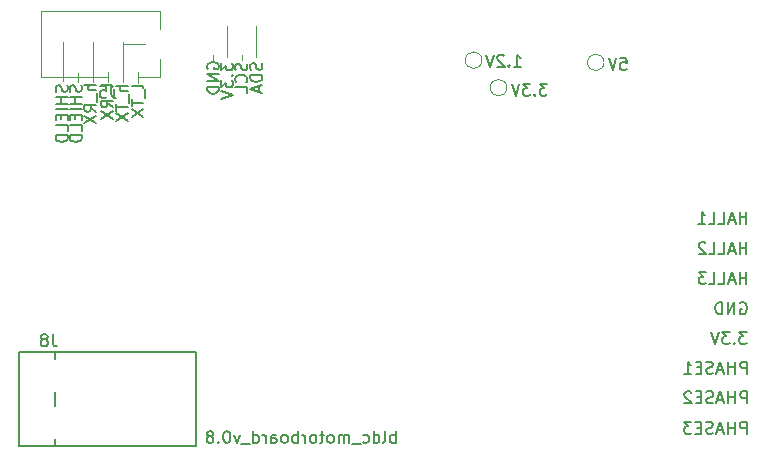
<source format=gbr>
G04 #@! TF.GenerationSoftware,KiCad,Pcbnew,5.1.5-52549c5~84~ubuntu18.04.1*
G04 #@! TF.CreationDate,2020-04-29T13:54:44+02:00*
G04 #@! TF.ProjectId,board,626f6172-642e-46b6-9963-61645f706362,rev?*
G04 #@! TF.SameCoordinates,Original*
G04 #@! TF.FileFunction,Legend,Bot*
G04 #@! TF.FilePolarity,Positive*
%FSLAX46Y46*%
G04 Gerber Fmt 4.6, Leading zero omitted, Abs format (unit mm)*
G04 Created by KiCad (PCBNEW 5.1.5-52549c5~84~ubuntu18.04.1) date 2020-04-29 13:54:44*
%MOMM*%
%LPD*%
G04 APERTURE LIST*
%ADD10C,0.150000*%
%ADD11C,0.120000*%
G04 APERTURE END LIST*
D10*
X98383961Y-108116138D02*
X98431580Y-108258995D01*
X98431580Y-108497090D01*
X98383961Y-108592328D01*
X98336342Y-108639947D01*
X98241104Y-108687566D01*
X98145866Y-108687566D01*
X98050628Y-108639947D01*
X98003009Y-108592328D01*
X97955390Y-108497090D01*
X97907771Y-108306614D01*
X97860152Y-108211376D01*
X97812533Y-108163757D01*
X97717295Y-108116138D01*
X97622057Y-108116138D01*
X97526819Y-108163757D01*
X97479200Y-108211376D01*
X97431580Y-108306614D01*
X97431580Y-108544709D01*
X97479200Y-108687566D01*
X98431580Y-109116138D02*
X97431580Y-109116138D01*
X97907771Y-109116138D02*
X97907771Y-109687566D01*
X98431580Y-109687566D02*
X97431580Y-109687566D01*
X98431580Y-110163757D02*
X97431580Y-110163757D01*
X97907771Y-110639947D02*
X97907771Y-110973280D01*
X98431580Y-111116138D02*
X98431580Y-110639947D01*
X97431580Y-110639947D01*
X97431580Y-111116138D01*
X98431580Y-112020900D02*
X98431580Y-111544709D01*
X97431580Y-111544709D01*
X98431580Y-112354233D02*
X97431580Y-112354233D01*
X97431580Y-112592328D01*
X97479200Y-112735185D01*
X97574438Y-112830423D01*
X97669676Y-112878042D01*
X97860152Y-112925661D01*
X98003009Y-112925661D01*
X98193485Y-112878042D01*
X98288723Y-112830423D01*
X98383961Y-112735185D01*
X98431580Y-112592328D01*
X98431580Y-112354233D01*
X154738347Y-137643280D02*
X154738347Y-136643280D01*
X154357395Y-136643280D01*
X154262157Y-136690900D01*
X154214538Y-136738519D01*
X154166919Y-136833757D01*
X154166919Y-136976614D01*
X154214538Y-137071852D01*
X154262157Y-137119471D01*
X154357395Y-137167090D01*
X154738347Y-137167090D01*
X153738347Y-137643280D02*
X153738347Y-136643280D01*
X153738347Y-137119471D02*
X153166919Y-137119471D01*
X153166919Y-137643280D02*
X153166919Y-136643280D01*
X152738347Y-137357566D02*
X152262157Y-137357566D01*
X152833585Y-137643280D02*
X152500252Y-136643280D01*
X152166919Y-137643280D01*
X151881204Y-137595661D02*
X151738347Y-137643280D01*
X151500252Y-137643280D01*
X151405014Y-137595661D01*
X151357395Y-137548042D01*
X151309776Y-137452804D01*
X151309776Y-137357566D01*
X151357395Y-137262328D01*
X151405014Y-137214709D01*
X151500252Y-137167090D01*
X151690728Y-137119471D01*
X151785966Y-137071852D01*
X151833585Y-137024233D01*
X151881204Y-136928995D01*
X151881204Y-136833757D01*
X151833585Y-136738519D01*
X151785966Y-136690900D01*
X151690728Y-136643280D01*
X151452633Y-136643280D01*
X151309776Y-136690900D01*
X150881204Y-137119471D02*
X150547871Y-137119471D01*
X150405014Y-137643280D02*
X150881204Y-137643280D01*
X150881204Y-136643280D01*
X150405014Y-136643280D01*
X150071680Y-136643280D02*
X149452633Y-136643280D01*
X149785966Y-137024233D01*
X149643109Y-137024233D01*
X149547871Y-137071852D01*
X149500252Y-137119471D01*
X149452633Y-137214709D01*
X149452633Y-137452804D01*
X149500252Y-137548042D01*
X149547871Y-137595661D01*
X149643109Y-137643280D01*
X149928823Y-137643280D01*
X150024061Y-137595661D01*
X150071680Y-137548042D01*
X154763747Y-135065180D02*
X154763747Y-134065180D01*
X154382795Y-134065180D01*
X154287557Y-134112800D01*
X154239938Y-134160419D01*
X154192319Y-134255657D01*
X154192319Y-134398514D01*
X154239938Y-134493752D01*
X154287557Y-134541371D01*
X154382795Y-134588990D01*
X154763747Y-134588990D01*
X153763747Y-135065180D02*
X153763747Y-134065180D01*
X153763747Y-134541371D02*
X153192319Y-134541371D01*
X153192319Y-135065180D02*
X153192319Y-134065180D01*
X152763747Y-134779466D02*
X152287557Y-134779466D01*
X152858985Y-135065180D02*
X152525652Y-134065180D01*
X152192319Y-135065180D01*
X151906604Y-135017561D02*
X151763747Y-135065180D01*
X151525652Y-135065180D01*
X151430414Y-135017561D01*
X151382795Y-134969942D01*
X151335176Y-134874704D01*
X151335176Y-134779466D01*
X151382795Y-134684228D01*
X151430414Y-134636609D01*
X151525652Y-134588990D01*
X151716128Y-134541371D01*
X151811366Y-134493752D01*
X151858985Y-134446133D01*
X151906604Y-134350895D01*
X151906604Y-134255657D01*
X151858985Y-134160419D01*
X151811366Y-134112800D01*
X151716128Y-134065180D01*
X151478033Y-134065180D01*
X151335176Y-134112800D01*
X150906604Y-134541371D02*
X150573271Y-134541371D01*
X150430414Y-135065180D02*
X150906604Y-135065180D01*
X150906604Y-134065180D01*
X150430414Y-134065180D01*
X150049461Y-134160419D02*
X150001842Y-134112800D01*
X149906604Y-134065180D01*
X149668509Y-134065180D01*
X149573271Y-134112800D01*
X149525652Y-134160419D01*
X149478033Y-134255657D01*
X149478033Y-134350895D01*
X149525652Y-134493752D01*
X150097080Y-135065180D01*
X149478033Y-135065180D01*
X154751047Y-132550580D02*
X154751047Y-131550580D01*
X154370095Y-131550580D01*
X154274857Y-131598200D01*
X154227238Y-131645819D01*
X154179619Y-131741057D01*
X154179619Y-131883914D01*
X154227238Y-131979152D01*
X154274857Y-132026771D01*
X154370095Y-132074390D01*
X154751047Y-132074390D01*
X153751047Y-132550580D02*
X153751047Y-131550580D01*
X153751047Y-132026771D02*
X153179619Y-132026771D01*
X153179619Y-132550580D02*
X153179619Y-131550580D01*
X152751047Y-132264866D02*
X152274857Y-132264866D01*
X152846285Y-132550580D02*
X152512952Y-131550580D01*
X152179619Y-132550580D01*
X151893904Y-132502961D02*
X151751047Y-132550580D01*
X151512952Y-132550580D01*
X151417714Y-132502961D01*
X151370095Y-132455342D01*
X151322476Y-132360104D01*
X151322476Y-132264866D01*
X151370095Y-132169628D01*
X151417714Y-132122009D01*
X151512952Y-132074390D01*
X151703428Y-132026771D01*
X151798666Y-131979152D01*
X151846285Y-131931533D01*
X151893904Y-131836295D01*
X151893904Y-131741057D01*
X151846285Y-131645819D01*
X151798666Y-131598200D01*
X151703428Y-131550580D01*
X151465333Y-131550580D01*
X151322476Y-131598200D01*
X150893904Y-132026771D02*
X150560571Y-132026771D01*
X150417714Y-132550580D02*
X150893904Y-132550580D01*
X150893904Y-131550580D01*
X150417714Y-131550580D01*
X149465333Y-132550580D02*
X150036761Y-132550580D01*
X149751047Y-132550580D02*
X149751047Y-131550580D01*
X149846285Y-131693438D01*
X149941523Y-131788676D01*
X150036761Y-131836295D01*
X154738490Y-129023280D02*
X154119442Y-129023280D01*
X154452776Y-129404233D01*
X154309919Y-129404233D01*
X154214680Y-129451852D01*
X154167061Y-129499471D01*
X154119442Y-129594709D01*
X154119442Y-129832804D01*
X154167061Y-129928042D01*
X154214680Y-129975661D01*
X154309919Y-130023280D01*
X154595633Y-130023280D01*
X154690871Y-129975661D01*
X154738490Y-129928042D01*
X153690871Y-129928042D02*
X153643252Y-129975661D01*
X153690871Y-130023280D01*
X153738490Y-129975661D01*
X153690871Y-129928042D01*
X153690871Y-130023280D01*
X153309919Y-129023280D02*
X152690871Y-129023280D01*
X153024204Y-129404233D01*
X152881347Y-129404233D01*
X152786109Y-129451852D01*
X152738490Y-129499471D01*
X152690871Y-129594709D01*
X152690871Y-129832804D01*
X152738490Y-129928042D01*
X152786109Y-129975661D01*
X152881347Y-130023280D01*
X153167061Y-130023280D01*
X153262300Y-129975661D01*
X153309919Y-129928042D01*
X152405157Y-129023280D02*
X152071823Y-130023280D01*
X151738490Y-129023280D01*
X154189304Y-126569000D02*
X154284542Y-126521380D01*
X154427400Y-126521380D01*
X154570257Y-126569000D01*
X154665495Y-126664238D01*
X154713114Y-126759476D01*
X154760733Y-126949952D01*
X154760733Y-127092809D01*
X154713114Y-127283285D01*
X154665495Y-127378523D01*
X154570257Y-127473761D01*
X154427400Y-127521380D01*
X154332161Y-127521380D01*
X154189304Y-127473761D01*
X154141685Y-127426142D01*
X154141685Y-127092809D01*
X154332161Y-127092809D01*
X153713114Y-127521380D02*
X153713114Y-126521380D01*
X153141685Y-127521380D01*
X153141685Y-126521380D01*
X152665495Y-127521380D02*
X152665495Y-126521380D01*
X152427400Y-126521380D01*
X152284542Y-126569000D01*
X152189304Y-126664238D01*
X152141685Y-126759476D01*
X152094066Y-126949952D01*
X152094066Y-127092809D01*
X152141685Y-127283285D01*
X152189304Y-127378523D01*
X152284542Y-127473761D01*
X152427400Y-127521380D01*
X152665495Y-127521380D01*
X154728900Y-124955980D02*
X154728900Y-123955980D01*
X154728900Y-124432171D02*
X154157471Y-124432171D01*
X154157471Y-124955980D02*
X154157471Y-123955980D01*
X153728900Y-124670266D02*
X153252709Y-124670266D01*
X153824138Y-124955980D02*
X153490804Y-123955980D01*
X153157471Y-124955980D01*
X152347947Y-124955980D02*
X152824138Y-124955980D01*
X152824138Y-123955980D01*
X151538423Y-124955980D02*
X152014614Y-124955980D01*
X152014614Y-123955980D01*
X151300328Y-123955980D02*
X150681280Y-123955980D01*
X151014614Y-124336933D01*
X150871757Y-124336933D01*
X150776519Y-124384552D01*
X150728900Y-124432171D01*
X150681280Y-124527409D01*
X150681280Y-124765504D01*
X150728900Y-124860742D01*
X150776519Y-124908361D01*
X150871757Y-124955980D01*
X151157471Y-124955980D01*
X151252709Y-124908361D01*
X151300328Y-124860742D01*
X154728900Y-122428680D02*
X154728900Y-121428680D01*
X154728900Y-121904871D02*
X154157471Y-121904871D01*
X154157471Y-122428680D02*
X154157471Y-121428680D01*
X153728900Y-122142966D02*
X153252709Y-122142966D01*
X153824138Y-122428680D02*
X153490804Y-121428680D01*
X153157471Y-122428680D01*
X152347947Y-122428680D02*
X152824138Y-122428680D01*
X152824138Y-121428680D01*
X151538423Y-122428680D02*
X152014614Y-122428680D01*
X152014614Y-121428680D01*
X151252709Y-121523919D02*
X151205090Y-121476300D01*
X151109852Y-121428680D01*
X150871757Y-121428680D01*
X150776519Y-121476300D01*
X150728900Y-121523919D01*
X150681280Y-121619157D01*
X150681280Y-121714395D01*
X150728900Y-121857252D01*
X151300328Y-122428680D01*
X150681280Y-122428680D01*
X154716200Y-119850580D02*
X154716200Y-118850580D01*
X154716200Y-119326771D02*
X154144771Y-119326771D01*
X154144771Y-119850580D02*
X154144771Y-118850580D01*
X153716200Y-119564866D02*
X153240009Y-119564866D01*
X153811438Y-119850580D02*
X153478104Y-118850580D01*
X153144771Y-119850580D01*
X152335247Y-119850580D02*
X152811438Y-119850580D01*
X152811438Y-118850580D01*
X151525723Y-119850580D02*
X152001914Y-119850580D01*
X152001914Y-118850580D01*
X150668580Y-119850580D02*
X151240009Y-119850580D01*
X150954295Y-119850580D02*
X150954295Y-118850580D01*
X151049533Y-118993438D01*
X151144771Y-119088676D01*
X151240009Y-119136295D01*
D11*
X103237000Y-107041100D02*
X103237000Y-107917400D01*
X101916200Y-104501100D02*
X101916200Y-107879300D01*
X100697000Y-107041100D02*
X100697000Y-107879300D01*
X99427000Y-104475700D02*
X99427000Y-107841200D01*
X98131600Y-107066500D02*
X98131600Y-107853900D01*
X96861600Y-104501100D02*
X96861600Y-107815800D01*
D10*
X97202861Y-108116138D02*
X97250480Y-108258995D01*
X97250480Y-108497090D01*
X97202861Y-108592328D01*
X97155242Y-108639947D01*
X97060004Y-108687566D01*
X96964766Y-108687566D01*
X96869528Y-108639947D01*
X96821909Y-108592328D01*
X96774290Y-108497090D01*
X96726671Y-108306614D01*
X96679052Y-108211376D01*
X96631433Y-108163757D01*
X96536195Y-108116138D01*
X96440957Y-108116138D01*
X96345719Y-108163757D01*
X96298100Y-108211376D01*
X96250480Y-108306614D01*
X96250480Y-108544709D01*
X96298100Y-108687566D01*
X97250480Y-109116138D02*
X96250480Y-109116138D01*
X96726671Y-109116138D02*
X96726671Y-109687566D01*
X97250480Y-109687566D02*
X96250480Y-109687566D01*
X97250480Y-110163757D02*
X96250480Y-110163757D01*
X96726671Y-110639947D02*
X96726671Y-110973280D01*
X97250480Y-111116138D02*
X97250480Y-110639947D01*
X96250480Y-110639947D01*
X96250480Y-111116138D01*
X97250480Y-112020900D02*
X97250480Y-111544709D01*
X96250480Y-111544709D01*
X97250480Y-112354233D02*
X96250480Y-112354233D01*
X96250480Y-112592328D01*
X96298100Y-112735185D01*
X96393338Y-112830423D01*
X96488576Y-112878042D01*
X96679052Y-112925661D01*
X96821909Y-112925661D01*
X97012385Y-112878042D01*
X97107623Y-112830423D01*
X97202861Y-112735185D01*
X97250480Y-112592328D01*
X97250480Y-112354233D01*
X103676680Y-108335052D02*
X103629061Y-108239814D01*
X103533823Y-108192195D01*
X102676680Y-108192195D01*
X103771919Y-108477909D02*
X103771919Y-109239814D01*
X102676680Y-109335052D02*
X102676680Y-109906480D01*
X103676680Y-109620766D02*
X102676680Y-109620766D01*
X102676680Y-110144576D02*
X103676680Y-110811242D01*
X102676680Y-110811242D02*
X103676680Y-110144576D01*
X102330480Y-108192219D02*
X101330480Y-108192219D01*
X102330480Y-108620790D02*
X101806671Y-108620790D01*
X101711433Y-108573171D01*
X101663814Y-108477933D01*
X101663814Y-108335076D01*
X101711433Y-108239838D01*
X101759052Y-108192219D01*
X102425719Y-108858885D02*
X102425719Y-109620790D01*
X101330480Y-109716028D02*
X101330480Y-110287457D01*
X102330480Y-110001742D02*
X101330480Y-110001742D01*
X101330480Y-110525552D02*
X102330480Y-111192219D01*
X101330480Y-111192219D02*
X102330480Y-110525552D01*
X101085880Y-108292204D02*
X101038261Y-108196966D01*
X100943023Y-108149347D01*
X100085880Y-108149347D01*
X101181119Y-108435061D02*
X101181119Y-109196966D01*
X101085880Y-110006490D02*
X100609690Y-109673157D01*
X101085880Y-109435061D02*
X100085880Y-109435061D01*
X100085880Y-109816014D01*
X100133500Y-109911252D01*
X100181119Y-109958871D01*
X100276357Y-110006490D01*
X100419214Y-110006490D01*
X100514452Y-109958871D01*
X100562071Y-109911252D01*
X100609690Y-109816014D01*
X100609690Y-109435061D01*
X100085880Y-110339823D02*
X101085880Y-111006490D01*
X100085880Y-111006490D02*
X101085880Y-110339823D01*
X99676180Y-108136671D02*
X98676180Y-108136671D01*
X99676180Y-108565242D02*
X99152371Y-108565242D01*
X99057133Y-108517623D01*
X99009514Y-108422385D01*
X99009514Y-108279528D01*
X99057133Y-108184290D01*
X99104752Y-108136671D01*
X99771419Y-108803338D02*
X99771419Y-109565242D01*
X99676180Y-110374766D02*
X99199990Y-110041433D01*
X99676180Y-109803338D02*
X98676180Y-109803338D01*
X98676180Y-110184290D01*
X98723800Y-110279528D01*
X98771419Y-110327147D01*
X98866657Y-110374766D01*
X99009514Y-110374766D01*
X99104752Y-110327147D01*
X99152371Y-110279528D01*
X99199990Y-110184290D01*
X99199990Y-109803338D01*
X98676180Y-110708100D02*
X99676180Y-111374766D01*
X98676180Y-111374766D02*
X99676180Y-110708100D01*
D11*
X109540000Y-106020000D02*
X109540000Y-105620000D01*
X110790000Y-105790000D02*
X110790000Y-103110000D01*
X111990000Y-106020000D02*
X111990000Y-105620000D01*
X113240000Y-105790000D02*
X113240000Y-103110000D01*
D10*
X113674761Y-106275714D02*
X113722380Y-106418571D01*
X113722380Y-106656666D01*
X113674761Y-106751904D01*
X113627142Y-106799523D01*
X113531904Y-106847142D01*
X113436666Y-106847142D01*
X113341428Y-106799523D01*
X113293809Y-106751904D01*
X113246190Y-106656666D01*
X113198571Y-106466190D01*
X113150952Y-106370952D01*
X113103333Y-106323333D01*
X113008095Y-106275714D01*
X112912857Y-106275714D01*
X112817619Y-106323333D01*
X112770000Y-106370952D01*
X112722380Y-106466190D01*
X112722380Y-106704285D01*
X112770000Y-106847142D01*
X113722380Y-107275714D02*
X112722380Y-107275714D01*
X112722380Y-107513809D01*
X112770000Y-107656666D01*
X112865238Y-107751904D01*
X112960476Y-107799523D01*
X113150952Y-107847142D01*
X113293809Y-107847142D01*
X113484285Y-107799523D01*
X113579523Y-107751904D01*
X113674761Y-107656666D01*
X113722380Y-107513809D01*
X113722380Y-107275714D01*
X113436666Y-108228095D02*
X113436666Y-108704285D01*
X113722380Y-108132857D02*
X112722380Y-108466190D01*
X113722380Y-108799523D01*
X112404761Y-106299523D02*
X112452380Y-106442380D01*
X112452380Y-106680476D01*
X112404761Y-106775714D01*
X112357142Y-106823333D01*
X112261904Y-106870952D01*
X112166666Y-106870952D01*
X112071428Y-106823333D01*
X112023809Y-106775714D01*
X111976190Y-106680476D01*
X111928571Y-106490000D01*
X111880952Y-106394761D01*
X111833333Y-106347142D01*
X111738095Y-106299523D01*
X111642857Y-106299523D01*
X111547619Y-106347142D01*
X111500000Y-106394761D01*
X111452380Y-106490000D01*
X111452380Y-106728095D01*
X111500000Y-106870952D01*
X112357142Y-107870952D02*
X112404761Y-107823333D01*
X112452380Y-107680476D01*
X112452380Y-107585238D01*
X112404761Y-107442380D01*
X112309523Y-107347142D01*
X112214285Y-107299523D01*
X112023809Y-107251904D01*
X111880952Y-107251904D01*
X111690476Y-107299523D01*
X111595238Y-107347142D01*
X111500000Y-107442380D01*
X111452380Y-107585238D01*
X111452380Y-107680476D01*
X111500000Y-107823333D01*
X111547619Y-107870952D01*
X112452380Y-108775714D02*
X112452380Y-108299523D01*
X111452380Y-108299523D01*
X110242380Y-106263809D02*
X110242380Y-106882857D01*
X110623333Y-106549523D01*
X110623333Y-106692380D01*
X110670952Y-106787619D01*
X110718571Y-106835238D01*
X110813809Y-106882857D01*
X111051904Y-106882857D01*
X111147142Y-106835238D01*
X111194761Y-106787619D01*
X111242380Y-106692380D01*
X111242380Y-106406666D01*
X111194761Y-106311428D01*
X111147142Y-106263809D01*
X111147142Y-107311428D02*
X111194761Y-107359047D01*
X111242380Y-107311428D01*
X111194761Y-107263809D01*
X111147142Y-107311428D01*
X111242380Y-107311428D01*
X110242380Y-107692380D02*
X110242380Y-108311428D01*
X110623333Y-107978095D01*
X110623333Y-108120952D01*
X110670952Y-108216190D01*
X110718571Y-108263809D01*
X110813809Y-108311428D01*
X111051904Y-108311428D01*
X111147142Y-108263809D01*
X111194761Y-108216190D01*
X111242380Y-108120952D01*
X111242380Y-107835238D01*
X111194761Y-107740000D01*
X111147142Y-107692380D01*
X110242380Y-108597142D02*
X111242380Y-108930476D01*
X110242380Y-109263809D01*
X109110000Y-106748095D02*
X109062380Y-106652857D01*
X109062380Y-106510000D01*
X109110000Y-106367142D01*
X109205238Y-106271904D01*
X109300476Y-106224285D01*
X109490952Y-106176666D01*
X109633809Y-106176666D01*
X109824285Y-106224285D01*
X109919523Y-106271904D01*
X110014761Y-106367142D01*
X110062380Y-106510000D01*
X110062380Y-106605238D01*
X110014761Y-106748095D01*
X109967142Y-106795714D01*
X109633809Y-106795714D01*
X109633809Y-106605238D01*
X110062380Y-107224285D02*
X109062380Y-107224285D01*
X110062380Y-107795714D01*
X109062380Y-107795714D01*
X110062380Y-108271904D02*
X109062380Y-108271904D01*
X109062380Y-108510000D01*
X109110000Y-108652857D01*
X109205238Y-108748095D01*
X109300476Y-108795714D01*
X109490952Y-108843333D01*
X109633809Y-108843333D01*
X109824285Y-108795714D01*
X109919523Y-108748095D01*
X110014761Y-108652857D01*
X110062380Y-108510000D01*
X110062380Y-108271904D01*
X135057142Y-106562380D02*
X135628571Y-106562380D01*
X135342857Y-106562380D02*
X135342857Y-105562380D01*
X135438095Y-105705238D01*
X135533333Y-105800476D01*
X135628571Y-105848095D01*
X134628571Y-106467142D02*
X134580952Y-106514761D01*
X134628571Y-106562380D01*
X134676190Y-106514761D01*
X134628571Y-106467142D01*
X134628571Y-106562380D01*
X134200000Y-105657619D02*
X134152380Y-105610000D01*
X134057142Y-105562380D01*
X133819047Y-105562380D01*
X133723809Y-105610000D01*
X133676190Y-105657619D01*
X133628571Y-105752857D01*
X133628571Y-105848095D01*
X133676190Y-105990952D01*
X134247619Y-106562380D01*
X133628571Y-106562380D01*
X133342857Y-105562380D02*
X133009523Y-106562380D01*
X132676190Y-105562380D01*
X137846190Y-108012380D02*
X137227142Y-108012380D01*
X137560476Y-108393333D01*
X137417619Y-108393333D01*
X137322380Y-108440952D01*
X137274761Y-108488571D01*
X137227142Y-108583809D01*
X137227142Y-108821904D01*
X137274761Y-108917142D01*
X137322380Y-108964761D01*
X137417619Y-109012380D01*
X137703333Y-109012380D01*
X137798571Y-108964761D01*
X137846190Y-108917142D01*
X136798571Y-108917142D02*
X136750952Y-108964761D01*
X136798571Y-109012380D01*
X136846190Y-108964761D01*
X136798571Y-108917142D01*
X136798571Y-109012380D01*
X136417619Y-108012380D02*
X135798571Y-108012380D01*
X136131904Y-108393333D01*
X135989047Y-108393333D01*
X135893809Y-108440952D01*
X135846190Y-108488571D01*
X135798571Y-108583809D01*
X135798571Y-108821904D01*
X135846190Y-108917142D01*
X135893809Y-108964761D01*
X135989047Y-109012380D01*
X136274761Y-109012380D01*
X136370000Y-108964761D01*
X136417619Y-108917142D01*
X135512857Y-108012380D02*
X135179523Y-109012380D01*
X134846190Y-108012380D01*
X144060476Y-105822380D02*
X144536666Y-105822380D01*
X144584285Y-106298571D01*
X144536666Y-106250952D01*
X144441428Y-106203333D01*
X144203333Y-106203333D01*
X144108095Y-106250952D01*
X144060476Y-106298571D01*
X144012857Y-106393809D01*
X144012857Y-106631904D01*
X144060476Y-106727142D01*
X144108095Y-106774761D01*
X144203333Y-106822380D01*
X144441428Y-106822380D01*
X144536666Y-106774761D01*
X144584285Y-106727142D01*
X143727142Y-105822380D02*
X143393809Y-106822380D01*
X143060476Y-105822380D01*
X125016190Y-138412380D02*
X125016190Y-137412380D01*
X125016190Y-137793333D02*
X124920952Y-137745714D01*
X124730476Y-137745714D01*
X124635238Y-137793333D01*
X124587619Y-137840952D01*
X124540000Y-137936190D01*
X124540000Y-138221904D01*
X124587619Y-138317142D01*
X124635238Y-138364761D01*
X124730476Y-138412380D01*
X124920952Y-138412380D01*
X125016190Y-138364761D01*
X123968571Y-138412380D02*
X124063809Y-138364761D01*
X124111428Y-138269523D01*
X124111428Y-137412380D01*
X123159047Y-138412380D02*
X123159047Y-137412380D01*
X123159047Y-138364761D02*
X123254285Y-138412380D01*
X123444761Y-138412380D01*
X123540000Y-138364761D01*
X123587619Y-138317142D01*
X123635238Y-138221904D01*
X123635238Y-137936190D01*
X123587619Y-137840952D01*
X123540000Y-137793333D01*
X123444761Y-137745714D01*
X123254285Y-137745714D01*
X123159047Y-137793333D01*
X122254285Y-138364761D02*
X122349523Y-138412380D01*
X122540000Y-138412380D01*
X122635238Y-138364761D01*
X122682857Y-138317142D01*
X122730476Y-138221904D01*
X122730476Y-137936190D01*
X122682857Y-137840952D01*
X122635238Y-137793333D01*
X122540000Y-137745714D01*
X122349523Y-137745714D01*
X122254285Y-137793333D01*
X122063809Y-138507619D02*
X121301904Y-138507619D01*
X121063809Y-138412380D02*
X121063809Y-137745714D01*
X121063809Y-137840952D02*
X121016190Y-137793333D01*
X120920952Y-137745714D01*
X120778095Y-137745714D01*
X120682857Y-137793333D01*
X120635238Y-137888571D01*
X120635238Y-138412380D01*
X120635238Y-137888571D02*
X120587619Y-137793333D01*
X120492380Y-137745714D01*
X120349523Y-137745714D01*
X120254285Y-137793333D01*
X120206666Y-137888571D01*
X120206666Y-138412380D01*
X119587619Y-138412380D02*
X119682857Y-138364761D01*
X119730476Y-138317142D01*
X119778095Y-138221904D01*
X119778095Y-137936190D01*
X119730476Y-137840952D01*
X119682857Y-137793333D01*
X119587619Y-137745714D01*
X119444761Y-137745714D01*
X119349523Y-137793333D01*
X119301904Y-137840952D01*
X119254285Y-137936190D01*
X119254285Y-138221904D01*
X119301904Y-138317142D01*
X119349523Y-138364761D01*
X119444761Y-138412380D01*
X119587619Y-138412380D01*
X118968571Y-137745714D02*
X118587619Y-137745714D01*
X118825714Y-137412380D02*
X118825714Y-138269523D01*
X118778095Y-138364761D01*
X118682857Y-138412380D01*
X118587619Y-138412380D01*
X118111428Y-138412380D02*
X118206666Y-138364761D01*
X118254285Y-138317142D01*
X118301904Y-138221904D01*
X118301904Y-137936190D01*
X118254285Y-137840952D01*
X118206666Y-137793333D01*
X118111428Y-137745714D01*
X117968571Y-137745714D01*
X117873333Y-137793333D01*
X117825714Y-137840952D01*
X117778095Y-137936190D01*
X117778095Y-138221904D01*
X117825714Y-138317142D01*
X117873333Y-138364761D01*
X117968571Y-138412380D01*
X118111428Y-138412380D01*
X117349523Y-138412380D02*
X117349523Y-137745714D01*
X117349523Y-137936190D02*
X117301904Y-137840952D01*
X117254285Y-137793333D01*
X117159047Y-137745714D01*
X117063809Y-137745714D01*
X116730476Y-138412380D02*
X116730476Y-137412380D01*
X116730476Y-137793333D02*
X116635238Y-137745714D01*
X116444761Y-137745714D01*
X116349523Y-137793333D01*
X116301904Y-137840952D01*
X116254285Y-137936190D01*
X116254285Y-138221904D01*
X116301904Y-138317142D01*
X116349523Y-138364761D01*
X116444761Y-138412380D01*
X116635238Y-138412380D01*
X116730476Y-138364761D01*
X115682857Y-138412380D02*
X115778095Y-138364761D01*
X115825714Y-138317142D01*
X115873333Y-138221904D01*
X115873333Y-137936190D01*
X115825714Y-137840952D01*
X115778095Y-137793333D01*
X115682857Y-137745714D01*
X115540000Y-137745714D01*
X115444761Y-137793333D01*
X115397142Y-137840952D01*
X115349523Y-137936190D01*
X115349523Y-138221904D01*
X115397142Y-138317142D01*
X115444761Y-138364761D01*
X115540000Y-138412380D01*
X115682857Y-138412380D01*
X114492380Y-138412380D02*
X114492380Y-137888571D01*
X114540000Y-137793333D01*
X114635238Y-137745714D01*
X114825714Y-137745714D01*
X114920952Y-137793333D01*
X114492380Y-138364761D02*
X114587619Y-138412380D01*
X114825714Y-138412380D01*
X114920952Y-138364761D01*
X114968571Y-138269523D01*
X114968571Y-138174285D01*
X114920952Y-138079047D01*
X114825714Y-138031428D01*
X114587619Y-138031428D01*
X114492380Y-137983809D01*
X114016190Y-138412380D02*
X114016190Y-137745714D01*
X114016190Y-137936190D02*
X113968571Y-137840952D01*
X113920952Y-137793333D01*
X113825714Y-137745714D01*
X113730476Y-137745714D01*
X112968571Y-138412380D02*
X112968571Y-137412380D01*
X112968571Y-138364761D02*
X113063809Y-138412380D01*
X113254285Y-138412380D01*
X113349523Y-138364761D01*
X113397142Y-138317142D01*
X113444761Y-138221904D01*
X113444761Y-137936190D01*
X113397142Y-137840952D01*
X113349523Y-137793333D01*
X113254285Y-137745714D01*
X113063809Y-137745714D01*
X112968571Y-137793333D01*
X112730476Y-138507619D02*
X111968571Y-138507619D01*
X111825714Y-137745714D02*
X111587619Y-138412380D01*
X111349523Y-137745714D01*
X110778095Y-137412380D02*
X110682857Y-137412380D01*
X110587619Y-137460000D01*
X110540000Y-137507619D01*
X110492380Y-137602857D01*
X110444761Y-137793333D01*
X110444761Y-138031428D01*
X110492380Y-138221904D01*
X110540000Y-138317142D01*
X110587619Y-138364761D01*
X110682857Y-138412380D01*
X110778095Y-138412380D01*
X110873333Y-138364761D01*
X110920952Y-138317142D01*
X110968571Y-138221904D01*
X111016190Y-138031428D01*
X111016190Y-137793333D01*
X110968571Y-137602857D01*
X110920952Y-137507619D01*
X110873333Y-137460000D01*
X110778095Y-137412380D01*
X110016190Y-138317142D02*
X109968571Y-138364761D01*
X110016190Y-138412380D01*
X110063809Y-138364761D01*
X110016190Y-138317142D01*
X110016190Y-138412380D01*
X109397142Y-137840952D02*
X109492380Y-137793333D01*
X109540000Y-137745714D01*
X109587619Y-137650476D01*
X109587619Y-137602857D01*
X109540000Y-137507619D01*
X109492380Y-137460000D01*
X109397142Y-137412380D01*
X109206666Y-137412380D01*
X109111428Y-137460000D01*
X109063809Y-137507619D01*
X109016190Y-137602857D01*
X109016190Y-137650476D01*
X109063809Y-137745714D01*
X109111428Y-137793333D01*
X109206666Y-137840952D01*
X109397142Y-137840952D01*
X109492380Y-137888571D01*
X109540000Y-137936190D01*
X109587619Y-138031428D01*
X109587619Y-138221904D01*
X109540000Y-138317142D01*
X109492380Y-138364761D01*
X109397142Y-138412380D01*
X109206666Y-138412380D01*
X109111428Y-138364761D01*
X109063809Y-138317142D01*
X109016190Y-138221904D01*
X109016190Y-138031428D01*
X109063809Y-137936190D01*
X109111428Y-137888571D01*
X109206666Y-137840952D01*
X108150000Y-138700000D02*
X93150000Y-138700000D01*
X108150000Y-130700000D02*
X108150000Y-138700000D01*
X93150000Y-130700000D02*
X108150000Y-130700000D01*
X93150000Y-138700000D02*
X93150000Y-130700000D01*
X96150000Y-130700000D02*
X96150000Y-131300000D01*
X96150000Y-134100000D02*
X96150000Y-135300000D01*
X96150000Y-138700000D02*
X96150000Y-138100000D01*
D11*
X142670000Y-106210000D02*
G75*
G03X142670000Y-106210000I-700000J0D01*
G01*
X134440000Y-108340000D02*
G75*
G03X134440000Y-108340000I-700000J0D01*
G01*
X132330000Y-106020000D02*
G75*
G03X132330000Y-106020000I-700000J0D01*
G01*
X100680000Y-107450000D02*
X94995000Y-107450000D01*
X94995000Y-107450000D02*
X94995000Y-101850000D01*
X105095000Y-101850000D02*
X94995000Y-101850000D01*
X105095000Y-103380000D02*
X105095000Y-101850000D01*
X103820000Y-104650000D02*
X101950000Y-104650000D01*
X101950000Y-104650000D02*
X101950000Y-106520000D01*
X103220000Y-107450000D02*
X105095000Y-107450000D01*
X105095000Y-107450000D02*
X105095000Y-105920000D01*
D10*
X95993333Y-129232380D02*
X95993333Y-129946666D01*
X96040952Y-130089523D01*
X96136190Y-130184761D01*
X96279047Y-130232380D01*
X96374285Y-130232380D01*
X95374285Y-129660952D02*
X95469523Y-129613333D01*
X95517142Y-129565714D01*
X95564761Y-129470476D01*
X95564761Y-129422857D01*
X95517142Y-129327619D01*
X95469523Y-129280000D01*
X95374285Y-129232380D01*
X95183809Y-129232380D01*
X95088571Y-129280000D01*
X95040952Y-129327619D01*
X94993333Y-129422857D01*
X94993333Y-129470476D01*
X95040952Y-129565714D01*
X95088571Y-129613333D01*
X95183809Y-129660952D01*
X95374285Y-129660952D01*
X95469523Y-129708571D01*
X95517142Y-129756190D01*
X95564761Y-129851428D01*
X95564761Y-130041904D01*
X95517142Y-130137142D01*
X95469523Y-130184761D01*
X95374285Y-130232380D01*
X95183809Y-130232380D01*
X95088571Y-130184761D01*
X95040952Y-130137142D01*
X94993333Y-130041904D01*
X94993333Y-129851428D01*
X95040952Y-129756190D01*
X95088571Y-129708571D01*
X95183809Y-129660952D01*
X100965833Y-108192880D02*
X100965833Y-108907166D01*
X101013452Y-109050023D01*
X101108690Y-109145261D01*
X101251547Y-109192880D01*
X101346785Y-109192880D01*
X100013452Y-108192880D02*
X100489642Y-108192880D01*
X100537261Y-108669071D01*
X100489642Y-108621452D01*
X100394404Y-108573833D01*
X100156309Y-108573833D01*
X100061071Y-108621452D01*
X100013452Y-108669071D01*
X99965833Y-108764309D01*
X99965833Y-109002404D01*
X100013452Y-109097642D01*
X100061071Y-109145261D01*
X100156309Y-109192880D01*
X100394404Y-109192880D01*
X100489642Y-109145261D01*
X100537261Y-109097642D01*
M02*

</source>
